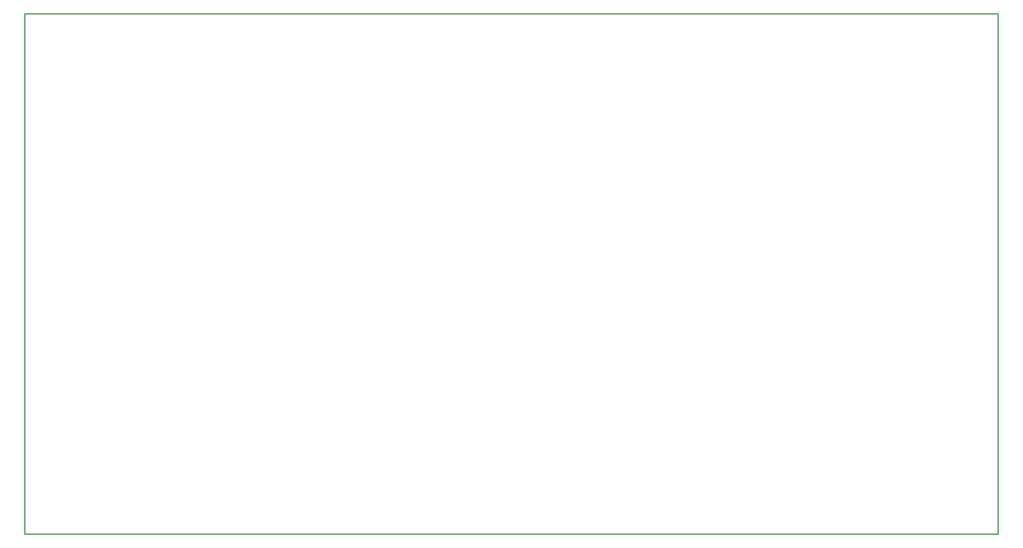
<source format=gm1>
G04 MADE WITH FRITZING*
G04 WWW.FRITZING.ORG*
G04 DOUBLE SIDED*
G04 HOLES PLATED*
G04 CONTOUR ON CENTER OF CONTOUR VECTOR*
%ASAXBY*%
%FSLAX23Y23*%
%MOIN*%
%OFA0B0*%
%SFA1.0B1.0*%
%ADD10R,5.621820X3.011910*%
%ADD11C,0.008000*%
%ADD10C,0.008*%
%LNCONTOUR*%
G90*
G70*
G54D10*
G54D11*
X4Y3008D02*
X5618Y3008D01*
X5618Y4D01*
X4Y4D01*
X4Y3008D01*
D02*
G04 End of contour*
M02*
</source>
